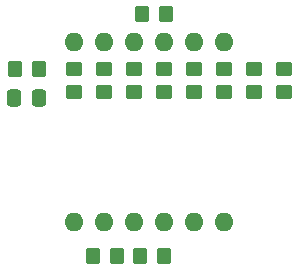
<source format=gbp>
G04 #@! TF.GenerationSoftware,KiCad,Pcbnew,6.0.10-86aedd382b~118~ubuntu18.04.1*
G04 #@! TF.CreationDate,2024-01-19T12:14:24+00:00*
G04 #@! TF.ProjectId,ReTuLaReMake,52655475-4c61-4526-954d-616b652e6b69,rev?*
G04 #@! TF.SameCoordinates,Original*
G04 #@! TF.FileFunction,Paste,Bot*
G04 #@! TF.FilePolarity,Positive*
%FSLAX46Y46*%
G04 Gerber Fmt 4.6, Leading zero omitted, Abs format (unit mm)*
G04 Created by KiCad (PCBNEW 6.0.10-86aedd382b~118~ubuntu18.04.1) date 2024-01-19 12:14:24*
%MOMM*%
%LPD*%
G01*
G04 APERTURE LIST*
G04 Aperture macros list*
%AMRoundRect*
0 Rectangle with rounded corners*
0 $1 Rounding radius*
0 $2 $3 $4 $5 $6 $7 $8 $9 X,Y pos of 4 corners*
0 Add a 4 corners polygon primitive as box body*
4,1,4,$2,$3,$4,$5,$6,$7,$8,$9,$2,$3,0*
0 Add four circle primitives for the rounded corners*
1,1,$1+$1,$2,$3*
1,1,$1+$1,$4,$5*
1,1,$1+$1,$6,$7*
1,1,$1+$1,$8,$9*
0 Add four rect primitives between the rounded corners*
20,1,$1+$1,$2,$3,$4,$5,0*
20,1,$1+$1,$4,$5,$6,$7,0*
20,1,$1+$1,$6,$7,$8,$9,0*
20,1,$1+$1,$8,$9,$2,$3,0*%
G04 Aperture macros list end*
%ADD10RoundRect,0.250000X0.350000X0.450000X-0.350000X0.450000X-0.350000X-0.450000X0.350000X-0.450000X0*%
%ADD11RoundRect,0.250000X0.450000X-0.350000X0.450000X0.350000X-0.450000X0.350000X-0.450000X-0.350000X0*%
%ADD12RoundRect,0.250000X-0.337500X-0.475000X0.337500X-0.475000X0.337500X0.475000X-0.337500X0.475000X0*%
%ADD13RoundRect,0.250000X-0.350000X-0.450000X0.350000X-0.450000X0.350000X0.450000X-0.350000X0.450000X0*%
%ADD14O,1.600000X1.600000*%
G04 APERTURE END LIST*
D10*
X128250000Y-129880000D03*
X126250000Y-129880000D03*
D11*
X125730000Y-116000000D03*
X125730000Y-114000000D03*
X133350000Y-116000000D03*
X133350000Y-114000000D03*
D12*
X115555000Y-116510000D03*
X117630000Y-116510000D03*
D11*
X123190000Y-116000000D03*
X123190000Y-114000000D03*
D13*
X126400000Y-109380000D03*
X128400000Y-109380000D03*
D11*
X138430000Y-116000000D03*
X138430000Y-114000000D03*
D10*
X124250000Y-129880000D03*
X122250000Y-129880000D03*
D11*
X130810000Y-116000000D03*
X130810000Y-114000000D03*
X135890000Y-116000000D03*
X135890000Y-114000000D03*
X120650000Y-116000000D03*
X120650000Y-114000000D03*
D10*
X117630000Y-114010000D03*
X115630000Y-114010000D03*
D14*
X133350000Y-111760000D03*
X130810000Y-111760000D03*
X128270000Y-111760000D03*
X125730000Y-111760000D03*
X123190000Y-111760000D03*
X120650000Y-111760000D03*
X120650000Y-127000000D03*
X123190000Y-127000000D03*
X125730000Y-127000000D03*
X128270000Y-127000000D03*
X130810000Y-127000000D03*
X133350000Y-127000000D03*
D11*
X128270000Y-116000000D03*
X128270000Y-114000000D03*
M02*

</source>
